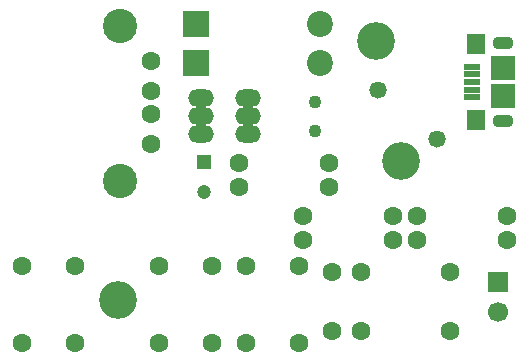
<source format=gts>
%FSLAX44Y44*%
%MOMM*%
G71*
G01*
G75*
G04 Layer_Color=8388736*
%ADD10R,1.4000X1.6000*%
%ADD11R,1.9000X1.9000*%
%ADD12R,1.3500X0.4000*%
%ADD13C,0.4000*%
%ADD14O,1.6000X0.9000*%
%ADD15O,2.0000X1.2500*%
%ADD16O,2.0000X1.2500*%
%ADD17C,1.4000*%
%ADD18C,2.7000*%
%ADD19R,2.0000X2.0000*%
%ADD20C,2.0000*%
%ADD21C,0.9000*%
%ADD22R,1.0000X1.0000*%
%ADD23C,1.0000*%
%ADD24C,1.5000*%
%ADD25R,1.5000X1.5000*%
%ADD26C,3.0000*%
%ADD27C,1.2700*%
%ADD28C,0.2000*%
%ADD29C,0.1000*%
%ADD30C,0.1500*%
%ADD31R,0.8000X2.8000*%
%ADD32R,1.5000X1.7000*%
%ADD33R,2.0000X2.0000*%
%ADD34R,1.4500X0.5000*%
%ADD35O,1.8000X1.1000*%
%ADD36O,2.2000X1.4500*%
%ADD37O,2.2000X1.4500*%
%ADD38C,1.6000*%
%ADD39C,2.9000*%
%ADD40R,2.2000X2.2000*%
%ADD41C,2.2000*%
%ADD42C,1.1000*%
%ADD43R,1.2000X1.2000*%
%ADD44C,1.2000*%
%ADD45C,1.7000*%
%ADD46R,1.7000X1.7000*%
%ADD47C,3.2000*%
%ADD48C,1.4700*%
D32*
X783630Y795500D02*
D03*
Y731500D02*
D03*
D33*
X807130Y751500D02*
D03*
Y775500D02*
D03*
D34*
X780380Y763500D02*
D03*
X780380Y770000D02*
D03*
Y776500D02*
D03*
Y757000D02*
D03*
Y750500D02*
D03*
D35*
X807130Y796500D02*
D03*
Y730500D02*
D03*
D36*
X591270Y749720D02*
D03*
Y719320D02*
D03*
X551470D02*
D03*
Y749720D02*
D03*
D37*
X591270Y734520D02*
D03*
X551470D02*
D03*
D38*
X637540Y650240D02*
D03*
X713740D02*
D03*
X509210Y781203D02*
D03*
Y756204D02*
D03*
Y736204D02*
D03*
Y711204D02*
D03*
X444700Y542630D02*
D03*
Y607630D02*
D03*
X399700Y542630D02*
D03*
Y607630D02*
D03*
X589130D02*
D03*
Y542630D02*
D03*
X634130Y607630D02*
D03*
Y542630D02*
D03*
X583160Y695380D02*
D03*
X659360D02*
D03*
X713740Y629920D02*
D03*
X637540D02*
D03*
X661870Y553100D02*
D03*
X686870D02*
D03*
X761870D02*
D03*
Y603100D02*
D03*
X686870D02*
D03*
X661870D02*
D03*
X810260Y650240D02*
D03*
X734060D02*
D03*
X659360Y675060D02*
D03*
X583160D02*
D03*
X810260Y629920D02*
D03*
X734060D02*
D03*
X560430Y542630D02*
D03*
Y607630D02*
D03*
X515430Y542630D02*
D03*
Y607630D02*
D03*
D39*
X482210Y811203D02*
D03*
Y679953D02*
D03*
D40*
X547140Y780070D02*
D03*
Y812801D02*
D03*
D41*
X651740Y780070D02*
D03*
Y812801D02*
D03*
D42*
X647910Y721680D02*
D03*
Y746680D02*
D03*
D43*
X553720Y695560D02*
D03*
D44*
Y670560D02*
D03*
D45*
X802640Y568960D02*
D03*
D46*
Y594360D02*
D03*
D47*
X480750Y578750D02*
D03*
X720500Y696500D02*
D03*
X699250Y798250D02*
D03*
D48*
X700750Y757000D02*
D03*
X750960Y715710D02*
D03*
M02*

</source>
